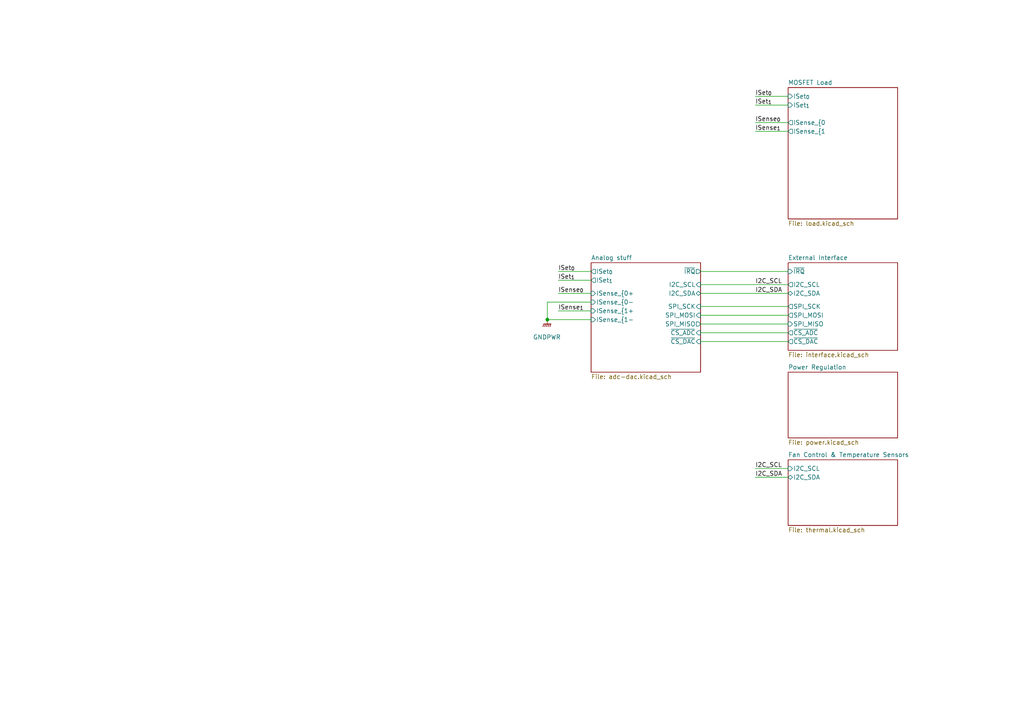
<source format=kicad_sch>
(kicad_sch (version 20220404) (generator eeschema)
  (paper "A4")
  (title_block (title "300W Analog Load Board") (rev "1"))
  (lib_symbols
    (symbol "power:GNDPWR" (power) (pin_names (offset 0))
      (property "Value" "GNDPWR" (at 0 -3.302 0))
      (symbol "GNDPWR_0_1"
        (polyline (pts (xy 0 -1.27) (xy 0 0)))
        (polyline (pts (xy -1.016 -1.27) (xy -1.27 -2.032) (xy -1.27 -2.032)) (stroke (width 0.2032)))
        (polyline (pts (xy -0.508 -1.27) (xy -0.762 -2.032) (xy -0.762 -2.032)) (stroke (width 0.2032)))
        (polyline (pts (xy 0 -1.27) (xy -0.254 -2.032) (xy -0.254 -2.032)) (stroke (width 0.2032)))
        (polyline (pts (xy 0.508 -1.27) (xy 0.254 -2.032) (xy 0.254 -2.032)) (stroke (width 0.2032)))
        (polyline (pts (xy 1.016 -1.27) (xy -1.016 -1.27) (xy -1.016 -1.27)) (stroke (width 0.2032)))
        (polyline (pts (xy 1.016 -1.27) (xy 0.762 -2.032) (xy 0.762 -2.032) (xy 0.762 -2.032)) (stroke (width 0.2032)))
      )
      (symbol "GNDPWR_1_1"
        (pin power_in line (at 0 0 270) (length 0) hide (name "GNDPWR") (number "1"))
      )
    )
  )
  (junction (at 158.75 92.71))
  (wire (pts (xy 219.075 35.56) (xy 228.6 35.56)))
  (wire (pts (xy 219.075 30.48) (xy 228.6 30.48)))
  (wire (pts (xy 203.2 85.09) (xy 228.6 85.09)))
  (wire (pts (xy 203.2 82.55) (xy 228.6 82.55)))
  (wire (pts (xy 219.075 138.43) (xy 228.6 138.43)))
  (wire (pts (xy 219.075 38.1) (xy 228.6 38.1)))
  (wire (pts (xy 203.2 91.44) (xy 228.6 91.44)))
  (wire (pts (xy 203.2 88.9) (xy 228.6 88.9)))
  (wire (pts (xy 161.925 78.74) (xy 171.45 78.74)))
  (wire (pts (xy 219.075 27.94) (xy 228.6 27.94)))
  (wire (pts (xy 203.2 99.06) (xy 228.6 99.06)))
  (wire (pts (xy 203.2 93.98) (xy 228.6 93.98)))
  (wire (pts (xy 161.925 85.09) (xy 171.45 85.09)))
  (wire (pts (xy 158.75 92.71) (xy 171.45 92.71)))
  (wire (pts (xy 161.925 81.28) (xy 171.45 81.28)))
  (wire (pts (xy 203.2 96.52) (xy 228.6 96.52)))
  (wire (pts (xy 203.2 78.74) (xy 228.6 78.74)))
  (wire (pts (xy 158.75 92.71) (xy 158.75 87.63)))
  (wire (pts (xy 161.925 90.17) (xy 171.45 90.17)))
  (wire (pts (xy 158.75 87.63) (xy 171.45 87.63)))
  (wire (pts (xy 219.075 135.89) (xy 228.6 135.89)))
  (label "ISense_{0}" (at 219.075 35.56 0))
  (label "I2C_SDA" (at 219.075 85.09 0))
  (label "ISet_{0}" (at 161.925 78.74 0))
  (label "ISense_{1}" (at 161.925 90.17 0))
  (label "ISense_{1}" (at 219.075 38.1 0))
  (label "I2C_SDA" (at 219.075 138.43 0))
  (label "ISet_{1}" (at 219.075 30.48 0))
  (label "ISet_{1}" (at 161.925 81.28 0))
  (label "I2C_SCL" (at 219.075 135.89 0))
  (label "ISet_{0}" (at 219.075 27.94 0))
  (label "ISense_{0}" (at 161.925 85.09 0))
  (label "I2C_SCL" (at 219.075 82.55 0))
  (symbol (lib_id "power:GNDPWR") (at 158.75 92.71 0) (unit 1)
    (default_instance (reference "U") (unit 1) (value "") (footprint ""))
    (property "Reference" "#PWR0122" (effects hide))
    (property "Value" "GNDPWR" (at 158.623 97.79 0))
  )
  (sheet (at 228.6 107.95) (size 31.75 19.05) (stroke (width 0.1524))
    (property "Sheetname" "Power Regulation" (at 228.6 107.2384 0) (effects (justify left bottom)))
    (property "Sheetfile" "power.kicad_sch" (at 228.6 127.5846 0) (effects (justify left top)))
  )
  (sheet (at 171.45 76.2) (size 31.75 31.75) (stroke (width 0.1524))
    (property "Sheetname" "Analog stuff" (at 171.45 75.4884 0) (effects (justify left bottom)))
    (property "Sheetfile" "adc-dac.kicad_sch" (at 171.45 108.5346 0) (effects (justify left top)))
    (pin "I2C_SDA" bidirectional (at 203.2 85.09 0))
    (pin "I2C_SCL" input (at 203.2 82.55 0))
    (pin "~{CS_DAC}" input (at 203.2 99.06 0))
    (pin "SPI_SCK" input (at 203.2 88.9 0))
    (pin "SPI_MOSI" input (at 203.2 91.44 0))
    (pin "~{IRQ}" output (at 203.2 78.74 0))
    (pin "~{CS_ADC}" input (at 203.2 96.52 0))
    (pin "SPI_MISO" output (at 203.2 93.98 0))
    (pin "ISet_{0}" output (at 171.45 78.74 180))
    (pin "ISet_{1}" output (at 171.45 81.28 180))
    (pin "ISense_{0+" input (at 171.45 85.09 180))
    (pin "ISense_{0-" input (at 171.45 87.63 180))
    (pin "ISense_{1+" input (at 171.45 90.17 180))
    (pin "ISense_{1-" input (at 171.45 92.71 180))
  )
  (sheet (at 228.6 76.2) (size 31.75 25.4) (stroke (width 0.1524))
    (property "Sheetname" "External Interface" (at 228.6 75.4884 0) (effects (justify left bottom)))
    (property "Sheetfile" "interface.kicad_sch" (at 228.6 102.1846 0) (effects (justify left top)))
    (pin "SPI_MOSI" output (at 228.6 91.44 180))
    (pin "SPI_SCK" output (at 228.6 88.9 180))
    (pin "SPI_MISO" input (at 228.6 93.98 180))
    (pin "~{IRQ}" input (at 228.6 78.74 180))
    (pin "I2C_SCL" output (at 228.6 82.55 180))
    (pin "I2C_SDA" bidirectional (at 228.6 85.09 180))
    (pin "~{CS_ADC}" output (at 228.6 96.52 180))
    (pin "~{CS_DAC}" output (at 228.6 99.06 180))
  )
  (sheet (at 228.6 25.4) (size 31.75 38.1) (stroke (width 0.1524))
    (property "Sheetname" "MOSFET Load" (at 228.6 24.6884 0) (effects (justify left bottom)))
    (property "Sheetfile" "load.kicad_sch" (at 228.6 64.0846 0) (effects (justify left top)))
    (pin "ISet_{0}" input (at 228.6 27.94 180))
    (pin "ISet_{1}" input (at 228.6 30.48 180))
    (pin "ISense_{1" output (at 228.6 38.1 180))
    (pin "ISense_{0" output (at 228.6 35.56 180))
  )
  (sheet (at 228.6 133.35) (size 31.75 19.05) (stroke (width 0.1524))
    (property "Sheetname" "Fan Control & Temperature Sensors" (at 228.6 132.6384 0) (effects (justify left bottom)))
    (property "Sheetfile" "thermal.kicad_sch" (at 228.6 152.9846 0) (effects (justify left top)))
    (pin "I2C_SDA" bidirectional (at 228.6 138.43 180))
    (pin "I2C_SCL" input (at 228.6 135.89 180))
  )
)
</source>
